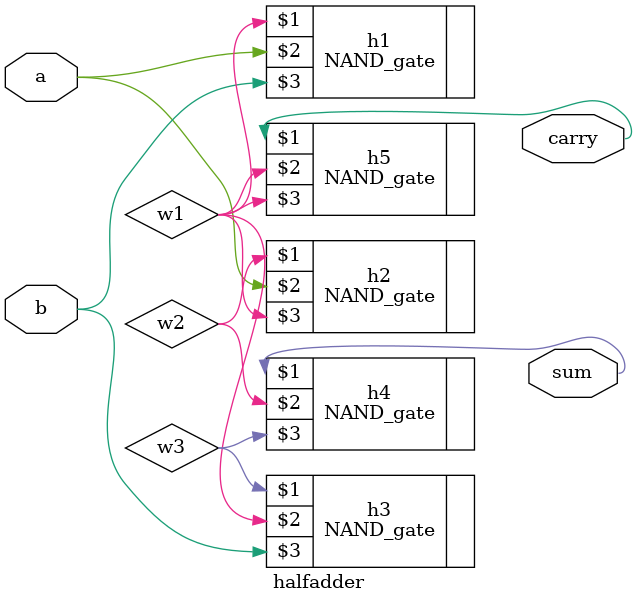
<source format=v>
`timescale 1ns / 1ps
module halfadder(sum, carry, a , b);
output sum, carry;
input a, b;
wire w1, w2, w3;

NAND_gate h1 (w1, a, b);
NAND_gate h2 (w2, a, w1);
NAND_gate h3 (w3, w1, b);
NAND_gate h4 (sum, w2, w3);
NAND_gate h5 (carry, w1, w1);
endmodule

</source>
